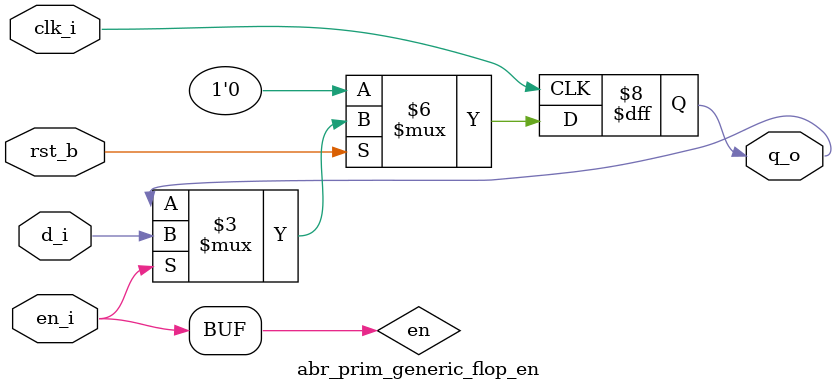
<source format=sv>

`include "abr_prim_assert.sv"

module abr_prim_generic_flop_en #(
  parameter int               Width      = 1,
  parameter bit               EnSecBuf   = 0,
  parameter logic [Width-1:0] ResetValue = 0
) (
  input                    clk_i,
  input                    rst_b,
  input                    en_i,
  input        [Width-1:0] d_i,
  output logic [Width-1:0] q_o
);

  logic en;
  if (EnSecBuf) begin : gen_en_sec_buf
    abr_prim_sec_anchor_buf #(
      .Width(1)
    ) u_en_buf (
      .in_i(en_i),
      .out_o(en)
    );
  end else begin : gen_en_no_sec_buf
    assign en = en_i;
  end

  always_ff @(posedge clk_i) begin
    if (!rst_b) begin
      q_o <= ResetValue;
    end else if (en) begin
      q_o <= d_i;
    end
  end

endmodule

</source>
